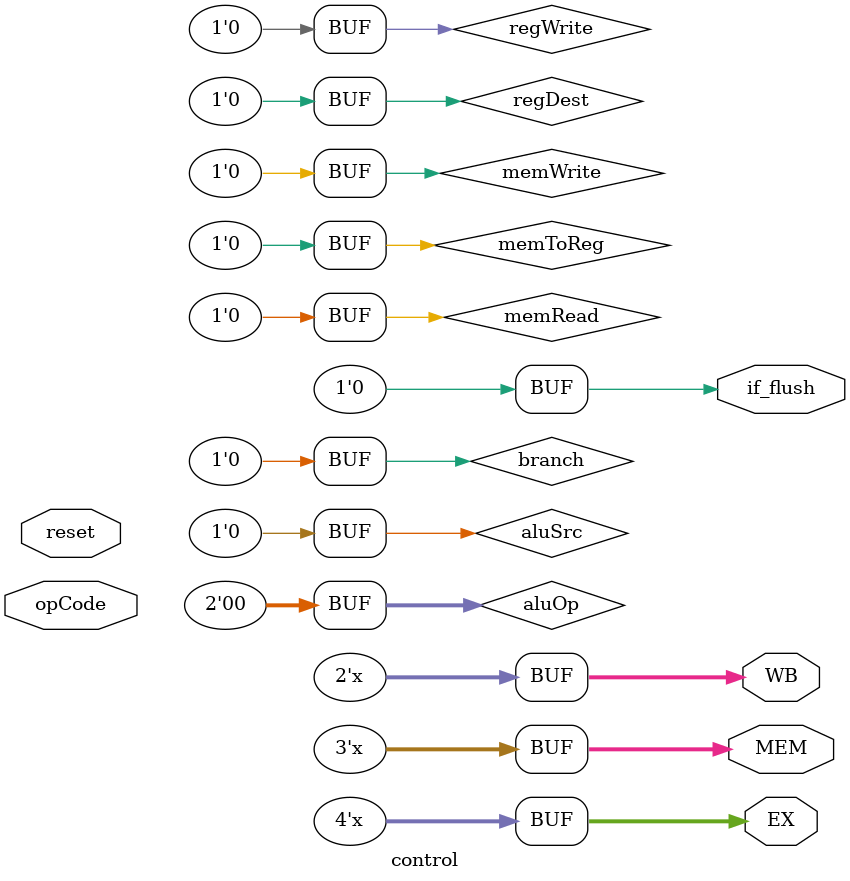
<source format=v>

module control (opCode, EX, MEM, WB, if_flush, reset);

    input reset;
    input [5:0] opCode;
    output reg [3:0] EX;
    output reg [2:0] MEM;
    output reg [1:0] WB;
    output reg if_flush;

    // Registradores do módulo;
    reg regDest, branch, memRead, memToReg, memWrite, aluSrc, regWrite;
    reg [1:0] aluOp;

    // Aplica o reset;
    always @(reset) begin
        regDest <= 0; aluSrc <= 0; memToReg <= 0; regWrite <= 0; memRead <= 0; memWrite <= 0; branch <= 0;
        EX <= 4'b0; MEM <= 3'b0; WB <= 2'b0;
        aluOp <= 2'b00;
        if_flush <= 0;
    end

    // Bloco executado sempre que opCode estiver em estado alto;
    always @(*) begin

        case (opCode)

            // Em caso de instrução tipo R;
            6'b000000: begin
                regDest <= 1; aluSrc <= 0; memToReg <= 0; regWrite <= 1; memRead <= 0; memWrite <= 0; branch <= 0;
                aluOp <= 2'b10;
                if_flush <= 0;
            end

            // Em caso de instrução LW;
            6'b100011: begin
                regDest <= 0; aluSrc <= 1; memToReg <= 1; regWrite <= 1; memRead <= 1; memWrite <= 0; branch <= 0;
                aluOp <= 2'b00;
                if_flush <= 0;
            end

            // Em caso de instrução SW;
            6'b101011: begin
                regDest <= 0; aluSrc <= 1; memToReg <= 0; regWrite <= 0; memRead <= 0; memWrite <= 1; branch <= 0;
                aluOp <= 2'b00;
                if_flush <= 0;
            end

            // Em caso de uma instrução BEQ;
    		6'b000100: begin
    			regDest <= 0; aluSrc <= 0; memToReg <= 0; regWrite <= 0; memRead <= 0; memWrite <= 0; branch <= 1;
                aluOp <= 2'b01;
                if_flush <= 1;
    		end
        endcase

        // Atribuindo os valores dos controles aos fios de pipeline;
        EX[3] <= regDest;
        EX[2] <= aluOp[1];
        EX[1] <= aluOp[0];
        EX[0] <= aluSrc;
        MEM[2] <= branch;
        MEM[1] <= memRead;
        MEM[0] <= memWrite;
        WB[1] <= regWrite;
        WB[0] <= memToReg;
    end
endmodule

</source>
